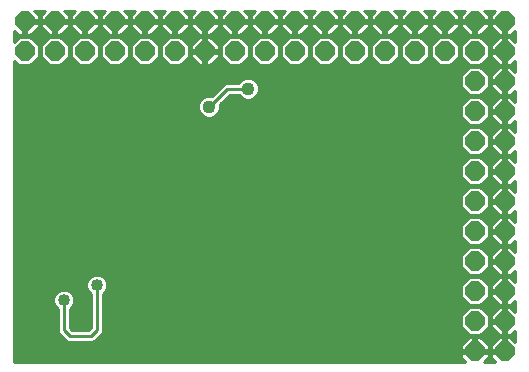
<source format=gbl>
G75*
G70*
%OFA0B0*%
%FSLAX24Y24*%
%IPPOS*%
%LPD*%
%AMOC8*
5,1,8,0,0,1.08239X$1,22.5*
%
%ADD10OC8,0.0640*%
%ADD11C,0.0436*%
%ADD12C,0.0100*%
%ADD13C,0.0400*%
D10*
X000651Y011568D03*
X001651Y011568D03*
X002651Y011568D03*
X003651Y011568D03*
X004651Y011568D03*
X005651Y011568D03*
X006651Y011568D03*
X007651Y011568D03*
X008651Y011568D03*
X009651Y011568D03*
X010651Y011568D03*
X011651Y011568D03*
X012651Y011568D03*
X013651Y011568D03*
X014651Y011568D03*
X015651Y011568D03*
X016651Y011568D03*
X016651Y010568D03*
X015651Y010568D03*
X015651Y009568D03*
X016651Y009568D03*
X016651Y008568D03*
X015651Y008568D03*
X015651Y007568D03*
X016651Y007568D03*
X016651Y006568D03*
X015651Y006568D03*
X015651Y005568D03*
X016651Y005568D03*
X016651Y004568D03*
X015651Y004568D03*
X015651Y003568D03*
X016651Y003568D03*
X016651Y002568D03*
X015651Y002568D03*
X015651Y001568D03*
X016651Y001568D03*
X016651Y012568D03*
X015651Y012568D03*
X014651Y012568D03*
X013651Y012568D03*
X012651Y012568D03*
X011651Y012568D03*
X010651Y012568D03*
X009651Y012568D03*
X008651Y012568D03*
X007651Y012568D03*
X006651Y012568D03*
X005651Y012568D03*
X004651Y012568D03*
X003651Y012568D03*
X002651Y012568D03*
X001651Y012568D03*
X000651Y012568D03*
D11*
X006801Y009718D03*
X008101Y010318D03*
X005301Y007568D03*
X005301Y005568D03*
X006151Y003518D03*
X009351Y004218D03*
X008601Y006718D03*
X013151Y003518D03*
X001501Y003668D03*
D12*
X000301Y001218D02*
X000301Y011254D01*
X000456Y011098D01*
X000846Y011098D01*
X001121Y011374D01*
X001121Y011763D01*
X000846Y012038D01*
X000456Y012038D01*
X000301Y011883D01*
X000301Y012254D01*
X000456Y012098D01*
X000601Y012098D01*
X000601Y012518D01*
X000701Y012518D01*
X000701Y012098D01*
X000846Y012098D01*
X001121Y012374D01*
X001121Y012518D01*
X000701Y012518D01*
X000701Y012618D01*
X001121Y012618D01*
X001121Y012763D01*
X000966Y012918D01*
X001337Y012918D01*
X001181Y012763D01*
X001181Y012618D01*
X001601Y012618D01*
X001601Y012518D01*
X001701Y012518D01*
X001701Y012098D01*
X001846Y012098D01*
X002121Y012374D01*
X002121Y012518D01*
X001701Y012518D01*
X001701Y012618D01*
X002121Y012618D01*
X002121Y012763D01*
X001966Y012918D01*
X002337Y012918D01*
X002181Y012763D01*
X002181Y012618D01*
X002601Y012618D01*
X002601Y012518D01*
X002701Y012518D01*
X002701Y012098D01*
X002846Y012098D01*
X003121Y012374D01*
X003121Y012518D01*
X002701Y012518D01*
X002701Y012618D01*
X003121Y012618D01*
X003121Y012763D01*
X002966Y012918D01*
X003337Y012918D01*
X003181Y012763D01*
X003181Y012618D01*
X003601Y012618D01*
X003601Y012518D01*
X003701Y012518D01*
X003701Y012098D01*
X003846Y012098D01*
X004121Y012374D01*
X004121Y012518D01*
X003701Y012518D01*
X003701Y012618D01*
X004121Y012618D01*
X004121Y012763D01*
X003966Y012918D01*
X004337Y012918D01*
X004181Y012763D01*
X004181Y012618D01*
X004601Y012618D01*
X004601Y012518D01*
X004701Y012518D01*
X004701Y012098D01*
X004846Y012098D01*
X005121Y012374D01*
X005121Y012518D01*
X004701Y012518D01*
X004701Y012618D01*
X005121Y012618D01*
X005121Y012763D01*
X004966Y012918D01*
X005337Y012918D01*
X005181Y012763D01*
X005181Y012618D01*
X005601Y012618D01*
X005601Y012518D01*
X005701Y012518D01*
X005701Y012098D01*
X005846Y012098D01*
X006121Y012374D01*
X006121Y012518D01*
X005701Y012518D01*
X005701Y012618D01*
X006121Y012618D01*
X006121Y012763D01*
X005966Y012918D01*
X006337Y012918D01*
X006181Y012763D01*
X006181Y012618D01*
X006601Y012618D01*
X006601Y012518D01*
X006701Y012518D01*
X006701Y012098D01*
X006846Y012098D01*
X007121Y012374D01*
X007121Y012518D01*
X006701Y012518D01*
X006701Y012618D01*
X007121Y012618D01*
X007121Y012763D01*
X006966Y012918D01*
X007337Y012918D01*
X007181Y012763D01*
X007181Y012618D01*
X007601Y012618D01*
X007601Y012518D01*
X007701Y012518D01*
X007701Y012098D01*
X007846Y012098D01*
X008121Y012374D01*
X008121Y012518D01*
X007701Y012518D01*
X007701Y012618D01*
X008121Y012618D01*
X008121Y012763D01*
X007966Y012918D01*
X008337Y012918D01*
X008181Y012763D01*
X008181Y012618D01*
X008601Y012618D01*
X008601Y012518D01*
X008701Y012518D01*
X008701Y012098D01*
X008846Y012098D01*
X009121Y012374D01*
X009121Y012518D01*
X008701Y012518D01*
X008701Y012618D01*
X009121Y012618D01*
X009121Y012763D01*
X008966Y012918D01*
X009337Y012918D01*
X009181Y012763D01*
X009181Y012618D01*
X009601Y012618D01*
X009601Y012518D01*
X009701Y012518D01*
X009701Y012098D01*
X009846Y012098D01*
X010121Y012374D01*
X010121Y012518D01*
X009701Y012518D01*
X009701Y012618D01*
X010121Y012618D01*
X010121Y012763D01*
X009966Y012918D01*
X010337Y012918D01*
X010181Y012763D01*
X010181Y012618D01*
X010601Y012618D01*
X010601Y012518D01*
X010701Y012518D01*
X010701Y012098D01*
X010846Y012098D01*
X011121Y012374D01*
X011121Y012518D01*
X010701Y012518D01*
X010701Y012618D01*
X011121Y012618D01*
X011121Y012763D01*
X010966Y012918D01*
X011337Y012918D01*
X011181Y012763D01*
X011181Y012618D01*
X011601Y012618D01*
X011601Y012518D01*
X011701Y012518D01*
X011701Y012098D01*
X011846Y012098D01*
X012121Y012374D01*
X012121Y012518D01*
X011701Y012518D01*
X011701Y012618D01*
X012121Y012618D01*
X012121Y012763D01*
X011966Y012918D01*
X012337Y012918D01*
X012181Y012763D01*
X012181Y012618D01*
X012601Y012618D01*
X012601Y012518D01*
X012701Y012518D01*
X012701Y012098D01*
X012846Y012098D01*
X013121Y012374D01*
X013121Y012518D01*
X012701Y012518D01*
X012701Y012618D01*
X013121Y012618D01*
X013121Y012763D01*
X012966Y012918D01*
X013337Y012918D01*
X013181Y012763D01*
X013181Y012618D01*
X013601Y012618D01*
X013601Y012518D01*
X013701Y012518D01*
X013701Y012098D01*
X013846Y012098D01*
X014121Y012374D01*
X014121Y012518D01*
X013701Y012518D01*
X013701Y012618D01*
X014121Y012618D01*
X014121Y012763D01*
X013966Y012918D01*
X014337Y012918D01*
X014181Y012763D01*
X014181Y012618D01*
X014601Y012618D01*
X014601Y012518D01*
X014701Y012518D01*
X014701Y012098D01*
X014846Y012098D01*
X015121Y012374D01*
X015121Y012518D01*
X014701Y012518D01*
X014701Y012618D01*
X015121Y012618D01*
X015121Y012763D01*
X014966Y012918D01*
X015337Y012918D01*
X015181Y012763D01*
X015181Y012618D01*
X015601Y012618D01*
X015601Y012518D01*
X015701Y012518D01*
X015701Y012098D01*
X015846Y012098D01*
X016121Y012374D01*
X016121Y012518D01*
X015701Y012518D01*
X015701Y012618D01*
X016121Y012618D01*
X016121Y012763D01*
X015966Y012918D01*
X016337Y012918D01*
X016181Y012763D01*
X016181Y012618D01*
X016601Y012618D01*
X016601Y012518D01*
X016701Y012518D01*
X016701Y012098D01*
X016846Y012098D01*
X017001Y012254D01*
X017001Y011883D01*
X016846Y012038D01*
X016701Y012038D01*
X016701Y011619D01*
X016601Y011619D01*
X016601Y012038D01*
X016456Y012038D01*
X016181Y011763D01*
X016181Y011618D01*
X016601Y011618D01*
X016601Y011518D01*
X016701Y011518D01*
X016701Y011098D01*
X016846Y011098D01*
X017001Y011254D01*
X017001Y010883D01*
X016846Y011038D01*
X016701Y011038D01*
X016701Y010619D01*
X016601Y010619D01*
X016601Y011038D01*
X016456Y011038D01*
X016181Y010763D01*
X016181Y010618D01*
X016601Y010618D01*
X016601Y010518D01*
X016701Y010518D01*
X016701Y010098D01*
X016846Y010098D01*
X017001Y010254D01*
X017001Y009883D01*
X016846Y010038D01*
X016701Y010038D01*
X016701Y009619D01*
X016601Y009619D01*
X016601Y010038D01*
X016456Y010038D01*
X016181Y009763D01*
X016181Y009618D01*
X016601Y009618D01*
X016601Y009518D01*
X016701Y009518D01*
X016701Y009098D01*
X016846Y009098D01*
X017001Y009254D01*
X017001Y008883D01*
X016846Y009038D01*
X016701Y009038D01*
X016701Y008619D01*
X016601Y008619D01*
X016601Y009038D01*
X016456Y009038D01*
X016181Y008763D01*
X016181Y008618D01*
X016601Y008618D01*
X016601Y008518D01*
X016701Y008518D01*
X016701Y008098D01*
X016846Y008098D01*
X017001Y008254D01*
X017001Y007883D01*
X016846Y008038D01*
X016701Y008038D01*
X016701Y007619D01*
X016601Y007619D01*
X016601Y008038D01*
X016456Y008038D01*
X016181Y007763D01*
X016181Y007618D01*
X016601Y007618D01*
X016601Y007518D01*
X016701Y007518D01*
X016701Y007098D01*
X016846Y007098D01*
X017001Y007254D01*
X017001Y006883D01*
X016846Y007038D01*
X016701Y007038D01*
X016701Y006619D01*
X016601Y006619D01*
X016601Y007038D01*
X016456Y007038D01*
X016181Y006763D01*
X016181Y006618D01*
X016601Y006618D01*
X016601Y006518D01*
X016701Y006518D01*
X016701Y006098D01*
X016846Y006098D01*
X017001Y006254D01*
X017001Y005883D01*
X016846Y006038D01*
X016701Y006038D01*
X016701Y005619D01*
X016601Y005619D01*
X016601Y006038D01*
X016456Y006038D01*
X016181Y005763D01*
X016181Y005618D01*
X016601Y005618D01*
X016601Y005518D01*
X016701Y005518D01*
X016701Y005098D01*
X016846Y005098D01*
X017001Y005254D01*
X017001Y004883D01*
X016846Y005038D01*
X016701Y005038D01*
X016701Y004619D01*
X016601Y004619D01*
X016601Y005038D01*
X016456Y005038D01*
X016181Y004763D01*
X016181Y004618D01*
X016601Y004618D01*
X016601Y004518D01*
X016701Y004518D01*
X016701Y004098D01*
X016846Y004098D01*
X017001Y004254D01*
X017001Y003883D01*
X016846Y004038D01*
X016701Y004038D01*
X016701Y003619D01*
X016601Y003619D01*
X016601Y004038D01*
X016456Y004038D01*
X016181Y003763D01*
X016181Y003618D01*
X016601Y003618D01*
X016601Y003518D01*
X016701Y003518D01*
X016701Y003098D01*
X016846Y003098D01*
X017001Y003254D01*
X017001Y002883D01*
X016846Y003038D01*
X016701Y003038D01*
X016701Y002619D01*
X016601Y002619D01*
X016601Y003038D01*
X016456Y003038D01*
X016181Y002763D01*
X016181Y002618D01*
X016601Y002618D01*
X016601Y002518D01*
X016701Y002518D01*
X016701Y002098D01*
X016846Y002098D01*
X017001Y002254D01*
X017001Y001883D01*
X016846Y002038D01*
X016701Y002038D01*
X016701Y001619D01*
X016601Y001619D01*
X016601Y002038D01*
X016456Y002038D01*
X016181Y001763D01*
X016181Y001618D01*
X016601Y001618D01*
X016601Y001518D01*
X016181Y001518D01*
X016181Y001374D01*
X016337Y001218D01*
X015966Y001218D01*
X016121Y001374D01*
X016121Y001518D01*
X015701Y001518D01*
X015701Y001618D01*
X016121Y001618D01*
X016121Y001763D01*
X015846Y002038D01*
X015701Y002038D01*
X015701Y001619D01*
X015601Y001619D01*
X015601Y002038D01*
X015456Y002038D01*
X015181Y001763D01*
X015181Y001618D01*
X015601Y001618D01*
X015601Y001518D01*
X015181Y001518D01*
X015181Y001374D01*
X015337Y001218D01*
X000301Y001218D01*
X000301Y001265D02*
X015289Y001265D01*
X015191Y001364D02*
X000301Y001364D01*
X000301Y001463D02*
X015181Y001463D01*
X015181Y001660D02*
X000301Y001660D01*
X000301Y001758D02*
X015181Y001758D01*
X015275Y001857D02*
X000301Y001857D01*
X000301Y001955D02*
X001981Y001955D01*
X002068Y001868D02*
X001868Y002068D01*
X001868Y002068D01*
X001751Y002185D01*
X001751Y002973D01*
X001654Y003070D01*
X001601Y003199D01*
X001601Y003338D01*
X001654Y003467D01*
X001753Y003565D01*
X001882Y003618D01*
X002021Y003618D01*
X002149Y003565D01*
X002248Y003467D01*
X002301Y003338D01*
X002301Y003199D01*
X002248Y003070D01*
X002151Y002973D01*
X002151Y002351D01*
X002234Y002268D01*
X002768Y002268D01*
X002851Y002351D01*
X002851Y003473D01*
X002754Y003570D01*
X002701Y003699D01*
X002701Y003838D01*
X002754Y003967D01*
X002853Y004065D01*
X002982Y004118D01*
X003121Y004118D01*
X003249Y004065D01*
X003348Y003967D01*
X003401Y003838D01*
X003401Y003699D01*
X003348Y003570D01*
X003251Y003473D01*
X003251Y002351D01*
X003251Y002185D01*
X002934Y001868D01*
X002768Y001868D01*
X002234Y001868D01*
X002068Y001868D01*
X002151Y002068D02*
X001951Y002268D01*
X001951Y003268D01*
X001641Y003433D02*
X000301Y003433D01*
X000301Y003335D02*
X001601Y003335D01*
X001601Y003236D02*
X000301Y003236D01*
X000301Y003138D02*
X001626Y003138D01*
X001685Y003039D02*
X000301Y003039D01*
X000301Y002941D02*
X001751Y002941D01*
X001751Y002842D02*
X000301Y002842D01*
X000301Y002744D02*
X001751Y002744D01*
X001751Y002645D02*
X000301Y002645D01*
X000301Y002546D02*
X001751Y002546D01*
X001751Y002448D02*
X000301Y002448D01*
X000301Y002349D02*
X001751Y002349D01*
X001751Y002251D02*
X000301Y002251D01*
X000301Y002152D02*
X001784Y002152D01*
X001883Y002054D02*
X000301Y002054D01*
X000301Y001561D02*
X015601Y001561D01*
X015601Y001660D02*
X015701Y001660D01*
X015701Y001758D02*
X015601Y001758D01*
X015601Y001857D02*
X015701Y001857D01*
X015701Y001955D02*
X015601Y001955D01*
X015456Y002098D02*
X015846Y002098D01*
X016121Y002374D01*
X016121Y002763D01*
X015846Y003038D01*
X015456Y003038D01*
X015181Y002763D01*
X015181Y002374D01*
X015456Y002098D01*
X015403Y002152D02*
X003218Y002152D01*
X003251Y002251D02*
X015304Y002251D01*
X015205Y002349D02*
X003251Y002349D01*
X003251Y002448D02*
X015181Y002448D01*
X015181Y002546D02*
X003251Y002546D01*
X003251Y002645D02*
X015181Y002645D01*
X015181Y002744D02*
X003251Y002744D01*
X003251Y002842D02*
X015260Y002842D01*
X015359Y002941D02*
X003251Y002941D01*
X003251Y003039D02*
X017001Y003039D01*
X017001Y002941D02*
X016943Y002941D01*
X016701Y002941D02*
X016601Y002941D01*
X016601Y002842D02*
X016701Y002842D01*
X016701Y002744D02*
X016601Y002744D01*
X016601Y002645D02*
X016701Y002645D01*
X016601Y002546D02*
X016121Y002546D01*
X016181Y002518D02*
X016181Y002374D01*
X016456Y002098D01*
X016601Y002098D01*
X016601Y002518D01*
X016181Y002518D01*
X016181Y002448D02*
X016121Y002448D01*
X016097Y002349D02*
X016205Y002349D01*
X016304Y002251D02*
X015998Y002251D01*
X015900Y002152D02*
X016403Y002152D01*
X016601Y002152D02*
X016701Y002152D01*
X016701Y002251D02*
X016601Y002251D01*
X016601Y002349D02*
X016701Y002349D01*
X016701Y002448D02*
X016601Y002448D01*
X016900Y002152D02*
X017001Y002152D01*
X017001Y002054D02*
X003119Y002054D01*
X003021Y001955D02*
X015373Y001955D01*
X015701Y001561D02*
X016601Y001561D01*
X016601Y001660D02*
X016701Y001660D01*
X016701Y001758D02*
X016601Y001758D01*
X016601Y001857D02*
X016701Y001857D01*
X016701Y001955D02*
X016601Y001955D01*
X016373Y001955D02*
X015929Y001955D01*
X016027Y001857D02*
X016275Y001857D01*
X016181Y001758D02*
X016121Y001758D01*
X016121Y001660D02*
X016181Y001660D01*
X016181Y001463D02*
X016121Y001463D01*
X016111Y001364D02*
X016191Y001364D01*
X016289Y001265D02*
X016013Y001265D01*
X016929Y001955D02*
X017001Y001955D01*
X016998Y002251D02*
X017001Y002251D01*
X016181Y002645D02*
X016121Y002645D01*
X016121Y002744D02*
X016181Y002744D01*
X016260Y002842D02*
X016042Y002842D01*
X015943Y002941D02*
X016359Y002941D01*
X016456Y003098D02*
X016601Y003098D01*
X016601Y003518D01*
X016181Y003518D01*
X016181Y003374D01*
X016456Y003098D01*
X016417Y003138D02*
X015885Y003138D01*
X015846Y003098D02*
X016121Y003374D01*
X016121Y003763D01*
X015846Y004038D01*
X015456Y004038D01*
X015181Y003763D01*
X015181Y003374D01*
X015456Y003098D01*
X015846Y003098D01*
X015984Y003236D02*
X016319Y003236D01*
X016220Y003335D02*
X016082Y003335D01*
X016121Y003433D02*
X016181Y003433D01*
X016121Y003532D02*
X016601Y003532D01*
X016601Y003630D02*
X016701Y003630D01*
X016701Y003729D02*
X016601Y003729D01*
X016601Y003828D02*
X016701Y003828D01*
X016701Y003926D02*
X016601Y003926D01*
X016601Y004025D02*
X016701Y004025D01*
X016701Y004123D02*
X016601Y004123D01*
X016601Y004098D02*
X016601Y004518D01*
X016181Y004518D01*
X016181Y004374D01*
X016456Y004098D01*
X016601Y004098D01*
X016601Y004222D02*
X016701Y004222D01*
X016701Y004320D02*
X016601Y004320D01*
X016601Y004419D02*
X016701Y004419D01*
X016701Y004517D02*
X016601Y004517D01*
X016601Y004616D02*
X016121Y004616D01*
X016121Y004714D02*
X016181Y004714D01*
X016121Y004763D02*
X015846Y005038D01*
X015456Y005038D01*
X015181Y004763D01*
X015181Y004374D01*
X015456Y004098D01*
X015846Y004098D01*
X016121Y004374D01*
X016121Y004763D01*
X016071Y004813D02*
X016231Y004813D01*
X016330Y004912D02*
X015973Y004912D01*
X015874Y005010D02*
X016428Y005010D01*
X016456Y005098D02*
X016601Y005098D01*
X016601Y005518D01*
X016181Y005518D01*
X016181Y005374D01*
X016456Y005098D01*
X016446Y005109D02*
X015856Y005109D01*
X015846Y005098D02*
X016121Y005374D01*
X016121Y005763D01*
X015846Y006038D01*
X015456Y006038D01*
X015181Y005763D01*
X015181Y005374D01*
X015456Y005098D01*
X015846Y005098D01*
X015955Y005207D02*
X016348Y005207D01*
X016249Y005306D02*
X016053Y005306D01*
X016121Y005404D02*
X016181Y005404D01*
X016181Y005503D02*
X016121Y005503D01*
X016121Y005601D02*
X016601Y005601D01*
X016601Y005503D02*
X016701Y005503D01*
X016701Y005404D02*
X016601Y005404D01*
X016601Y005306D02*
X016701Y005306D01*
X016701Y005207D02*
X016601Y005207D01*
X016601Y005109D02*
X016701Y005109D01*
X016701Y005010D02*
X016601Y005010D01*
X016601Y004912D02*
X016701Y004912D01*
X016701Y004813D02*
X016601Y004813D01*
X016601Y004714D02*
X016701Y004714D01*
X016973Y004912D02*
X017001Y004912D01*
X017001Y005010D02*
X016874Y005010D01*
X016856Y005109D02*
X017001Y005109D01*
X017001Y005207D02*
X016955Y005207D01*
X016701Y005700D02*
X016601Y005700D01*
X016601Y005798D02*
X016701Y005798D01*
X016701Y005897D02*
X016601Y005897D01*
X016601Y005996D02*
X016701Y005996D01*
X016601Y006098D02*
X016601Y006518D01*
X016181Y006518D01*
X016181Y006374D01*
X016456Y006098D01*
X016601Y006098D01*
X016601Y006193D02*
X016701Y006193D01*
X016701Y006291D02*
X016601Y006291D01*
X016601Y006390D02*
X016701Y006390D01*
X016701Y006488D02*
X016601Y006488D01*
X016601Y006587D02*
X016121Y006587D01*
X016121Y006685D02*
X016181Y006685D01*
X016121Y006763D02*
X015846Y007038D01*
X015456Y007038D01*
X015181Y006763D01*
X015181Y006374D01*
X015456Y006098D01*
X015846Y006098D01*
X016121Y006374D01*
X016121Y006763D01*
X016100Y006784D02*
X016202Y006784D01*
X016301Y006882D02*
X016002Y006882D01*
X015903Y006981D02*
X016399Y006981D01*
X016456Y007098D02*
X016601Y007098D01*
X016601Y007518D01*
X016181Y007518D01*
X016181Y007374D01*
X016456Y007098D01*
X016377Y007178D02*
X015926Y007178D01*
X015846Y007098D02*
X016121Y007374D01*
X016121Y007763D01*
X015846Y008038D01*
X015456Y008038D01*
X015181Y007763D01*
X015181Y007374D01*
X015456Y007098D01*
X015846Y007098D01*
X016024Y007277D02*
X016278Y007277D01*
X016181Y007375D02*
X016121Y007375D01*
X016121Y007474D02*
X016181Y007474D01*
X016121Y007572D02*
X016601Y007572D01*
X016601Y007474D02*
X016701Y007474D01*
X016701Y007375D02*
X016601Y007375D01*
X016601Y007277D02*
X016701Y007277D01*
X016701Y007178D02*
X016601Y007178D01*
X016601Y006981D02*
X016701Y006981D01*
X016701Y006882D02*
X016601Y006882D01*
X016601Y006784D02*
X016701Y006784D01*
X016701Y006685D02*
X016601Y006685D01*
X016903Y006981D02*
X017001Y006981D01*
X017001Y007079D02*
X000301Y007079D01*
X000301Y006981D02*
X015399Y006981D01*
X015301Y006882D02*
X000301Y006882D01*
X000301Y006784D02*
X015202Y006784D01*
X015181Y006685D02*
X000301Y006685D01*
X000301Y006587D02*
X015181Y006587D01*
X015181Y006488D02*
X000301Y006488D01*
X000301Y006390D02*
X015181Y006390D01*
X015264Y006291D02*
X000301Y006291D01*
X000301Y006193D02*
X015362Y006193D01*
X015414Y005996D02*
X000301Y005996D01*
X000301Y006094D02*
X017001Y006094D01*
X017001Y005996D02*
X016889Y005996D01*
X016987Y005897D02*
X017001Y005897D01*
X017001Y006193D02*
X016940Y006193D01*
X016414Y005996D02*
X015889Y005996D01*
X015987Y005897D02*
X016315Y005897D01*
X016217Y005798D02*
X016086Y005798D01*
X016121Y005700D02*
X016181Y005700D01*
X016362Y006193D02*
X015940Y006193D01*
X016039Y006291D02*
X016264Y006291D01*
X016181Y006390D02*
X016121Y006390D01*
X016121Y006488D02*
X016181Y006488D01*
X016925Y007178D02*
X017001Y007178D01*
X016701Y007671D02*
X016601Y007671D01*
X016601Y007769D02*
X016701Y007769D01*
X016701Y007868D02*
X016601Y007868D01*
X016601Y007966D02*
X016701Y007966D01*
X016601Y008098D02*
X016601Y008518D01*
X016181Y008518D01*
X016181Y008374D01*
X016456Y008098D01*
X016601Y008098D01*
X016601Y008163D02*
X016701Y008163D01*
X016701Y008262D02*
X016601Y008262D01*
X016601Y008361D02*
X016701Y008361D01*
X016701Y008459D02*
X016601Y008459D01*
X016601Y008558D02*
X016121Y008558D01*
X016121Y008656D02*
X016181Y008656D01*
X016181Y008755D02*
X016121Y008755D01*
X016121Y008763D02*
X015846Y009038D01*
X015456Y009038D01*
X015181Y008763D01*
X015181Y008374D01*
X015456Y008098D01*
X015846Y008098D01*
X016121Y008374D01*
X016121Y008763D01*
X016031Y008853D02*
X016271Y008853D01*
X016370Y008952D02*
X015932Y008952D01*
X015846Y009098D02*
X016121Y009374D01*
X016121Y009763D01*
X015846Y010038D01*
X015456Y010038D01*
X015181Y009763D01*
X015181Y009374D01*
X015456Y009098D01*
X015846Y009098D01*
X015896Y009149D02*
X016406Y009149D01*
X016456Y009098D02*
X016181Y009374D01*
X016181Y009518D01*
X016601Y009518D01*
X016601Y009098D01*
X016456Y009098D01*
X016601Y009149D02*
X016701Y009149D01*
X016701Y009247D02*
X016601Y009247D01*
X016601Y009346D02*
X016701Y009346D01*
X016701Y009445D02*
X016601Y009445D01*
X016601Y009543D02*
X016121Y009543D01*
X016121Y009445D02*
X016181Y009445D01*
X016209Y009346D02*
X016093Y009346D01*
X015995Y009247D02*
X016307Y009247D01*
X016601Y008952D02*
X016701Y008952D01*
X016701Y008853D02*
X016601Y008853D01*
X016601Y008755D02*
X016701Y008755D01*
X016701Y008656D02*
X016601Y008656D01*
X016932Y008952D02*
X017001Y008952D01*
X017001Y009050D02*
X000301Y009050D01*
X000301Y008952D02*
X015370Y008952D01*
X015271Y008853D02*
X000301Y008853D01*
X000301Y008755D02*
X015181Y008755D01*
X015181Y008656D02*
X000301Y008656D01*
X000301Y008558D02*
X015181Y008558D01*
X015181Y008459D02*
X000301Y008459D01*
X000301Y008361D02*
X015194Y008361D01*
X015293Y008262D02*
X000301Y008262D01*
X000301Y008163D02*
X015391Y008163D01*
X015385Y007966D02*
X000301Y007966D01*
X000301Y007868D02*
X015286Y007868D01*
X015187Y007769D02*
X000301Y007769D01*
X000301Y007671D02*
X015181Y007671D01*
X015181Y007572D02*
X000301Y007572D01*
X000301Y007474D02*
X015181Y007474D01*
X015181Y007375D02*
X000301Y007375D01*
X000301Y007277D02*
X015278Y007277D01*
X015377Y007178D02*
X000301Y007178D01*
X000301Y008065D02*
X017001Y008065D01*
X017001Y008163D02*
X016911Y008163D01*
X016918Y007966D02*
X017001Y007966D01*
X016385Y007966D02*
X015918Y007966D01*
X016016Y007868D02*
X016286Y007868D01*
X016187Y007769D02*
X016115Y007769D01*
X016121Y007671D02*
X016181Y007671D01*
X016391Y008163D02*
X015911Y008163D01*
X016009Y008262D02*
X016293Y008262D01*
X016194Y008361D02*
X016108Y008361D01*
X016121Y008459D02*
X016181Y008459D01*
X016896Y009149D02*
X017001Y009149D01*
X016995Y009247D02*
X017001Y009247D01*
X016701Y009642D02*
X016601Y009642D01*
X016601Y009740D02*
X016701Y009740D01*
X016701Y009839D02*
X016601Y009839D01*
X016601Y009937D02*
X016701Y009937D01*
X016701Y010036D02*
X016601Y010036D01*
X016601Y010098D02*
X016601Y010518D01*
X016181Y010518D01*
X016181Y010374D01*
X016456Y010098D01*
X016601Y010098D01*
X016601Y010134D02*
X016701Y010134D01*
X016701Y010233D02*
X016601Y010233D01*
X016601Y010331D02*
X016701Y010331D01*
X016701Y010430D02*
X016601Y010430D01*
X016601Y010529D02*
X016121Y010529D01*
X016121Y010627D02*
X016181Y010627D01*
X016181Y010726D02*
X016121Y010726D01*
X016121Y010763D02*
X015846Y011038D01*
X015456Y011038D01*
X015181Y010763D01*
X015181Y010374D01*
X015456Y010098D01*
X015846Y010098D01*
X016121Y010374D01*
X016121Y010763D01*
X016060Y010824D02*
X016242Y010824D01*
X016341Y010923D02*
X015961Y010923D01*
X015863Y011021D02*
X016439Y011021D01*
X016456Y011098D02*
X016601Y011098D01*
X016601Y011518D01*
X016181Y011518D01*
X016181Y011374D01*
X016456Y011098D01*
X016435Y011120D02*
X015867Y011120D01*
X015846Y011098D02*
X016121Y011374D01*
X016121Y011763D01*
X015846Y012038D01*
X015456Y012038D01*
X015181Y011763D01*
X015181Y011374D01*
X015456Y011098D01*
X015846Y011098D01*
X015966Y011218D02*
X016337Y011218D01*
X016238Y011317D02*
X016064Y011317D01*
X016121Y011415D02*
X016181Y011415D01*
X016181Y011514D02*
X016121Y011514D01*
X016121Y011612D02*
X016601Y011612D01*
X016601Y011514D02*
X016701Y011514D01*
X016701Y011415D02*
X016601Y011415D01*
X016601Y011317D02*
X016701Y011317D01*
X016701Y011218D02*
X016601Y011218D01*
X016601Y011120D02*
X016701Y011120D01*
X016701Y011021D02*
X016601Y011021D01*
X016601Y010923D02*
X016701Y010923D01*
X016701Y010824D02*
X016601Y010824D01*
X016601Y010726D02*
X016701Y010726D01*
X016701Y010627D02*
X016601Y010627D01*
X016181Y010430D02*
X016121Y010430D01*
X016079Y010331D02*
X016223Y010331D01*
X016322Y010233D02*
X015980Y010233D01*
X015882Y010134D02*
X016421Y010134D01*
X016454Y010036D02*
X015848Y010036D01*
X015947Y009937D02*
X016355Y009937D01*
X016257Y009839D02*
X016045Y009839D01*
X016121Y009740D02*
X016181Y009740D01*
X016181Y009642D02*
X016121Y009642D01*
X015454Y010036D02*
X008339Y010036D01*
X008310Y010006D02*
X008174Y009950D01*
X008028Y009950D01*
X007893Y010006D01*
X007789Y010110D01*
X007786Y010118D01*
X007484Y010118D01*
X007166Y009800D01*
X007169Y009792D01*
X007169Y009645D01*
X007113Y009510D01*
X007010Y009406D01*
X006874Y009350D01*
X006728Y009350D01*
X006593Y009406D01*
X006489Y009510D01*
X006433Y009645D01*
X006433Y009792D01*
X006489Y009927D01*
X006593Y010030D01*
X006728Y010086D01*
X006874Y010086D01*
X006883Y010083D01*
X007318Y010518D01*
X007484Y010518D01*
X007786Y010518D01*
X007789Y010527D01*
X007893Y010630D01*
X008028Y010686D01*
X008174Y010686D01*
X008310Y010630D01*
X008413Y010527D01*
X008469Y010392D01*
X008469Y010245D01*
X008413Y010110D01*
X008310Y010006D01*
X008423Y010134D02*
X015421Y010134D01*
X015322Y010233D02*
X008464Y010233D01*
X008469Y010331D02*
X015223Y010331D01*
X015181Y010430D02*
X008453Y010430D01*
X008412Y010529D02*
X015181Y010529D01*
X015181Y010627D02*
X008313Y010627D01*
X008101Y010318D02*
X007401Y010318D01*
X006801Y009718D01*
X006554Y009445D02*
X000301Y009445D01*
X000301Y009543D02*
X006475Y009543D01*
X006434Y009642D02*
X000301Y009642D01*
X000301Y009740D02*
X006433Y009740D01*
X006453Y009839D02*
X000301Y009839D01*
X000301Y009937D02*
X006499Y009937D01*
X006606Y010036D02*
X000301Y010036D01*
X000301Y010134D02*
X006934Y010134D01*
X007033Y010233D02*
X000301Y010233D01*
X000301Y010331D02*
X007131Y010331D01*
X007230Y010430D02*
X000301Y010430D01*
X000301Y010529D02*
X007791Y010529D01*
X007889Y010627D02*
X000301Y010627D01*
X000301Y010726D02*
X015181Y010726D01*
X015242Y010824D02*
X000301Y010824D01*
X000301Y010923D02*
X015341Y010923D01*
X015439Y011021D02*
X000301Y011021D01*
X000301Y011120D02*
X000435Y011120D01*
X000337Y011218D02*
X000301Y011218D01*
X000867Y011120D02*
X001435Y011120D01*
X001456Y011098D02*
X001846Y011098D01*
X002121Y011374D01*
X002121Y011763D01*
X001846Y012038D01*
X001456Y012038D01*
X001181Y011763D01*
X001181Y011374D01*
X001456Y011098D01*
X001337Y011218D02*
X000966Y011218D01*
X001064Y011317D02*
X001238Y011317D01*
X001181Y011415D02*
X001121Y011415D01*
X001121Y011514D02*
X001181Y011514D01*
X001181Y011612D02*
X001121Y011612D01*
X001121Y011711D02*
X001181Y011711D01*
X001228Y011810D02*
X001075Y011810D01*
X000976Y011908D02*
X001326Y011908D01*
X001425Y012007D02*
X000877Y012007D01*
X000853Y012105D02*
X001450Y012105D01*
X001456Y012098D02*
X001181Y012374D01*
X001181Y012518D01*
X001601Y012518D01*
X001601Y012098D01*
X001456Y012098D01*
X001601Y012105D02*
X001701Y012105D01*
X001701Y012204D02*
X001601Y012204D01*
X001601Y012302D02*
X001701Y012302D01*
X001701Y012401D02*
X001601Y012401D01*
X001601Y012499D02*
X001701Y012499D01*
X001701Y012598D02*
X002601Y012598D01*
X002601Y012518D02*
X002181Y012518D01*
X002181Y012374D01*
X002456Y012098D01*
X002601Y012098D01*
X002601Y012518D01*
X002601Y012499D02*
X002701Y012499D01*
X002701Y012401D02*
X002601Y012401D01*
X002601Y012302D02*
X002701Y012302D01*
X002701Y012204D02*
X002601Y012204D01*
X002601Y012105D02*
X002701Y012105D01*
X002853Y012105D02*
X003450Y012105D01*
X003456Y012098D02*
X003601Y012098D01*
X003601Y012518D01*
X003181Y012518D01*
X003181Y012374D01*
X003456Y012098D01*
X003456Y012038D02*
X003181Y011763D01*
X003181Y011374D01*
X003456Y011098D01*
X003846Y011098D01*
X004121Y011374D01*
X004121Y011763D01*
X003846Y012038D01*
X003456Y012038D01*
X003425Y012007D02*
X002877Y012007D01*
X002846Y012038D02*
X002456Y012038D01*
X002181Y011763D01*
X002181Y011374D01*
X002456Y011098D01*
X002846Y011098D01*
X003121Y011374D01*
X003121Y011763D01*
X002846Y012038D01*
X002976Y011908D02*
X003326Y011908D01*
X003228Y011810D02*
X003075Y011810D01*
X003121Y011711D02*
X003181Y011711D01*
X003181Y011612D02*
X003121Y011612D01*
X003121Y011514D02*
X003181Y011514D01*
X003181Y011415D02*
X003121Y011415D01*
X003064Y011317D02*
X003238Y011317D01*
X003337Y011218D02*
X002966Y011218D01*
X002867Y011120D02*
X003435Y011120D01*
X003867Y011120D02*
X004435Y011120D01*
X004456Y011098D02*
X004846Y011098D01*
X005121Y011374D01*
X005121Y011763D01*
X004846Y012038D01*
X004456Y012038D01*
X004181Y011763D01*
X004181Y011374D01*
X004456Y011098D01*
X004337Y011218D02*
X003966Y011218D01*
X004064Y011317D02*
X004238Y011317D01*
X004181Y011415D02*
X004121Y011415D01*
X004121Y011514D02*
X004181Y011514D01*
X004181Y011612D02*
X004121Y011612D01*
X004121Y011711D02*
X004181Y011711D01*
X004228Y011810D02*
X004075Y011810D01*
X003976Y011908D02*
X004326Y011908D01*
X004425Y012007D02*
X003877Y012007D01*
X003853Y012105D02*
X004450Y012105D01*
X004456Y012098D02*
X004601Y012098D01*
X004601Y012518D01*
X004181Y012518D01*
X004181Y012374D01*
X004456Y012098D01*
X004601Y012105D02*
X004701Y012105D01*
X004701Y012204D02*
X004601Y012204D01*
X004601Y012302D02*
X004701Y012302D01*
X004701Y012401D02*
X004601Y012401D01*
X004601Y012499D02*
X004701Y012499D01*
X004701Y012598D02*
X005601Y012598D01*
X005601Y012518D02*
X005181Y012518D01*
X005181Y012374D01*
X005456Y012098D01*
X005601Y012098D01*
X005601Y012518D01*
X005601Y012499D02*
X005701Y012499D01*
X005701Y012401D02*
X005601Y012401D01*
X005601Y012302D02*
X005701Y012302D01*
X005701Y012204D02*
X005601Y012204D01*
X005601Y012105D02*
X005701Y012105D01*
X005853Y012105D02*
X006450Y012105D01*
X006456Y012098D02*
X006601Y012098D01*
X006601Y012518D01*
X006181Y012518D01*
X006181Y012374D01*
X006456Y012098D01*
X006456Y012038D02*
X006181Y011763D01*
X006181Y011618D01*
X006601Y011618D01*
X006601Y011518D01*
X006701Y011518D01*
X006701Y011098D01*
X006846Y011098D01*
X007121Y011374D01*
X007121Y011518D01*
X006701Y011518D01*
X006701Y011618D01*
X007121Y011618D01*
X007121Y011763D01*
X006846Y012038D01*
X006701Y012038D01*
X006701Y011619D01*
X006601Y011619D01*
X006601Y012038D01*
X006456Y012038D01*
X006425Y012007D02*
X005877Y012007D01*
X005846Y012038D02*
X005456Y012038D01*
X005181Y011763D01*
X005181Y011374D01*
X005456Y011098D01*
X005846Y011098D01*
X006121Y011374D01*
X006121Y011763D01*
X005846Y012038D01*
X005976Y011908D02*
X006326Y011908D01*
X006228Y011810D02*
X006075Y011810D01*
X006121Y011711D02*
X006181Y011711D01*
X006121Y011612D02*
X006601Y011612D01*
X006601Y011518D02*
X006181Y011518D01*
X006181Y011374D01*
X006456Y011098D01*
X006601Y011098D01*
X006601Y011518D01*
X006601Y011514D02*
X006701Y011514D01*
X006701Y011612D02*
X007181Y011612D01*
X007181Y011514D02*
X007121Y011514D01*
X007121Y011415D02*
X007181Y011415D01*
X007181Y011374D02*
X007456Y011098D01*
X007846Y011098D01*
X008121Y011374D01*
X008121Y011763D01*
X007846Y012038D01*
X007456Y012038D01*
X007181Y011763D01*
X007181Y011374D01*
X007238Y011317D02*
X007064Y011317D01*
X006966Y011218D02*
X007337Y011218D01*
X007435Y011120D02*
X006867Y011120D01*
X006701Y011120D02*
X006601Y011120D01*
X006601Y011218D02*
X006701Y011218D01*
X006701Y011317D02*
X006601Y011317D01*
X006601Y011415D02*
X006701Y011415D01*
X006701Y011711D02*
X006601Y011711D01*
X006601Y011810D02*
X006701Y011810D01*
X006701Y011908D02*
X006601Y011908D01*
X006601Y012007D02*
X006701Y012007D01*
X006701Y012105D02*
X006601Y012105D01*
X006601Y012204D02*
X006701Y012204D01*
X006701Y012302D02*
X006601Y012302D01*
X006601Y012401D02*
X006701Y012401D01*
X006701Y012499D02*
X006601Y012499D01*
X006601Y012598D02*
X005701Y012598D01*
X005991Y012894D02*
X006312Y012894D01*
X006213Y012795D02*
X006089Y012795D01*
X006121Y012696D02*
X006181Y012696D01*
X006181Y012499D02*
X006121Y012499D01*
X006121Y012401D02*
X006181Y012401D01*
X006253Y012302D02*
X006050Y012302D01*
X005951Y012204D02*
X006351Y012204D01*
X006853Y012105D02*
X007450Y012105D01*
X007456Y012098D02*
X007601Y012098D01*
X007601Y012518D01*
X007181Y012518D01*
X007181Y012374D01*
X007456Y012098D01*
X007425Y012007D02*
X006877Y012007D01*
X006976Y011908D02*
X007326Y011908D01*
X007228Y011810D02*
X007075Y011810D01*
X007121Y011711D02*
X007181Y011711D01*
X007351Y012204D02*
X006951Y012204D01*
X007050Y012302D02*
X007253Y012302D01*
X007181Y012401D02*
X007121Y012401D01*
X007121Y012499D02*
X007181Y012499D01*
X007181Y012696D02*
X007121Y012696D01*
X007089Y012795D02*
X007213Y012795D01*
X007312Y012894D02*
X006991Y012894D01*
X006701Y012598D02*
X007601Y012598D01*
X007601Y012499D02*
X007701Y012499D01*
X007701Y012401D02*
X007601Y012401D01*
X007601Y012302D02*
X007701Y012302D01*
X007701Y012204D02*
X007601Y012204D01*
X007601Y012105D02*
X007701Y012105D01*
X007853Y012105D02*
X008450Y012105D01*
X008456Y012098D02*
X008601Y012098D01*
X008601Y012518D01*
X008181Y012518D01*
X008181Y012374D01*
X008456Y012098D01*
X008456Y012038D02*
X008181Y011763D01*
X008181Y011374D01*
X008456Y011098D01*
X008846Y011098D01*
X009121Y011374D01*
X009121Y011763D01*
X008846Y012038D01*
X008456Y012038D01*
X008425Y012007D02*
X007877Y012007D01*
X007976Y011908D02*
X008326Y011908D01*
X008228Y011810D02*
X008075Y011810D01*
X008121Y011711D02*
X008181Y011711D01*
X008181Y011612D02*
X008121Y011612D01*
X008121Y011514D02*
X008181Y011514D01*
X008181Y011415D02*
X008121Y011415D01*
X008064Y011317D02*
X008238Y011317D01*
X008337Y011218D02*
X007966Y011218D01*
X007867Y011120D02*
X008435Y011120D01*
X008867Y011120D02*
X009435Y011120D01*
X009456Y011098D02*
X009846Y011098D01*
X010121Y011374D01*
X010121Y011763D01*
X009846Y012038D01*
X009456Y012038D01*
X009181Y011763D01*
X009181Y011374D01*
X009456Y011098D01*
X009337Y011218D02*
X008966Y011218D01*
X009064Y011317D02*
X009238Y011317D01*
X009181Y011415D02*
X009121Y011415D01*
X009121Y011514D02*
X009181Y011514D01*
X009181Y011612D02*
X009121Y011612D01*
X009121Y011711D02*
X009181Y011711D01*
X009228Y011810D02*
X009075Y011810D01*
X008976Y011908D02*
X009326Y011908D01*
X009425Y012007D02*
X008877Y012007D01*
X008853Y012105D02*
X009450Y012105D01*
X009456Y012098D02*
X009601Y012098D01*
X009601Y012518D01*
X009181Y012518D01*
X009181Y012374D01*
X009456Y012098D01*
X009601Y012105D02*
X009701Y012105D01*
X009701Y012204D02*
X009601Y012204D01*
X009601Y012302D02*
X009701Y012302D01*
X009701Y012401D02*
X009601Y012401D01*
X009601Y012499D02*
X009701Y012499D01*
X009701Y012598D02*
X010601Y012598D01*
X010601Y012518D02*
X010181Y012518D01*
X010181Y012374D01*
X010456Y012098D01*
X010601Y012098D01*
X010601Y012518D01*
X010601Y012499D02*
X010701Y012499D01*
X010701Y012401D02*
X010601Y012401D01*
X010601Y012302D02*
X010701Y012302D01*
X010701Y012204D02*
X010601Y012204D01*
X010601Y012105D02*
X010701Y012105D01*
X010853Y012105D02*
X011450Y012105D01*
X011456Y012098D02*
X011601Y012098D01*
X011601Y012518D01*
X011181Y012518D01*
X011181Y012374D01*
X011456Y012098D01*
X011456Y012038D02*
X011181Y011763D01*
X011181Y011374D01*
X011456Y011098D01*
X011846Y011098D01*
X012121Y011374D01*
X012121Y011763D01*
X011846Y012038D01*
X011456Y012038D01*
X011425Y012007D02*
X010877Y012007D01*
X010846Y012038D02*
X010456Y012038D01*
X010181Y011763D01*
X010181Y011374D01*
X010456Y011098D01*
X010846Y011098D01*
X011121Y011374D01*
X011121Y011763D01*
X010846Y012038D01*
X010976Y011908D02*
X011326Y011908D01*
X011228Y011810D02*
X011075Y011810D01*
X011121Y011711D02*
X011181Y011711D01*
X011181Y011612D02*
X011121Y011612D01*
X011121Y011514D02*
X011181Y011514D01*
X011181Y011415D02*
X011121Y011415D01*
X011064Y011317D02*
X011238Y011317D01*
X011337Y011218D02*
X010966Y011218D01*
X010867Y011120D02*
X011435Y011120D01*
X011867Y011120D02*
X012435Y011120D01*
X012456Y011098D02*
X012846Y011098D01*
X013121Y011374D01*
X013121Y011763D01*
X012846Y012038D01*
X012456Y012038D01*
X012181Y011763D01*
X012181Y011374D01*
X012456Y011098D01*
X012337Y011218D02*
X011966Y011218D01*
X012064Y011317D02*
X012238Y011317D01*
X012181Y011415D02*
X012121Y011415D01*
X012121Y011514D02*
X012181Y011514D01*
X012181Y011612D02*
X012121Y011612D01*
X012121Y011711D02*
X012181Y011711D01*
X012228Y011810D02*
X012075Y011810D01*
X011976Y011908D02*
X012326Y011908D01*
X012425Y012007D02*
X011877Y012007D01*
X011853Y012105D02*
X012450Y012105D01*
X012456Y012098D02*
X012601Y012098D01*
X012601Y012518D01*
X012181Y012518D01*
X012181Y012374D01*
X012456Y012098D01*
X012601Y012105D02*
X012701Y012105D01*
X012701Y012204D02*
X012601Y012204D01*
X012601Y012302D02*
X012701Y012302D01*
X012701Y012401D02*
X012601Y012401D01*
X012601Y012499D02*
X012701Y012499D01*
X012701Y012598D02*
X013601Y012598D01*
X013601Y012518D02*
X013181Y012518D01*
X013181Y012374D01*
X013456Y012098D01*
X013601Y012098D01*
X013601Y012518D01*
X013601Y012499D02*
X013701Y012499D01*
X013701Y012401D02*
X013601Y012401D01*
X013601Y012302D02*
X013701Y012302D01*
X013701Y012204D02*
X013601Y012204D01*
X013601Y012105D02*
X013701Y012105D01*
X013853Y012105D02*
X014450Y012105D01*
X014456Y012098D02*
X014601Y012098D01*
X014601Y012518D01*
X014181Y012518D01*
X014181Y012374D01*
X014456Y012098D01*
X014456Y012038D02*
X014181Y011763D01*
X014181Y011374D01*
X014456Y011098D01*
X014846Y011098D01*
X015121Y011374D01*
X015121Y011763D01*
X014846Y012038D01*
X014456Y012038D01*
X014425Y012007D02*
X013877Y012007D01*
X013846Y012038D02*
X013456Y012038D01*
X013181Y011763D01*
X013181Y011374D01*
X013456Y011098D01*
X013846Y011098D01*
X014121Y011374D01*
X014121Y011763D01*
X013846Y012038D01*
X013976Y011908D02*
X014326Y011908D01*
X014228Y011810D02*
X014075Y011810D01*
X014121Y011711D02*
X014181Y011711D01*
X014181Y011612D02*
X014121Y011612D01*
X014121Y011514D02*
X014181Y011514D01*
X014181Y011415D02*
X014121Y011415D01*
X014064Y011317D02*
X014238Y011317D01*
X014337Y011218D02*
X013966Y011218D01*
X013867Y011120D02*
X014435Y011120D01*
X014867Y011120D02*
X015435Y011120D01*
X015337Y011218D02*
X014966Y011218D01*
X015064Y011317D02*
X015238Y011317D01*
X015181Y011415D02*
X015121Y011415D01*
X015121Y011514D02*
X015181Y011514D01*
X015181Y011612D02*
X015121Y011612D01*
X015121Y011711D02*
X015181Y011711D01*
X015228Y011810D02*
X015075Y011810D01*
X014976Y011908D02*
X015326Y011908D01*
X015425Y012007D02*
X014877Y012007D01*
X014853Y012105D02*
X015450Y012105D01*
X015456Y012098D02*
X015601Y012098D01*
X015601Y012518D01*
X015181Y012518D01*
X015181Y012374D01*
X015456Y012098D01*
X015601Y012105D02*
X015701Y012105D01*
X015701Y012204D02*
X015601Y012204D01*
X015601Y012302D02*
X015701Y012302D01*
X015701Y012401D02*
X015601Y012401D01*
X015601Y012499D02*
X015701Y012499D01*
X015701Y012598D02*
X016601Y012598D01*
X016601Y012518D02*
X016181Y012518D01*
X016181Y012374D01*
X016456Y012098D01*
X016601Y012098D01*
X016601Y012518D01*
X016601Y012499D02*
X016701Y012499D01*
X016701Y012401D02*
X016601Y012401D01*
X016601Y012302D02*
X016701Y012302D01*
X016701Y012204D02*
X016601Y012204D01*
X016601Y012105D02*
X016701Y012105D01*
X016701Y012007D02*
X016601Y012007D01*
X016601Y011908D02*
X016701Y011908D01*
X016701Y011810D02*
X016601Y011810D01*
X016601Y011711D02*
X016701Y011711D01*
X016976Y011908D02*
X017001Y011908D01*
X017001Y012007D02*
X016877Y012007D01*
X016853Y012105D02*
X017001Y012105D01*
X017001Y012204D02*
X016951Y012204D01*
X016450Y012105D02*
X015853Y012105D01*
X015877Y012007D02*
X016425Y012007D01*
X016326Y011908D02*
X015976Y011908D01*
X016075Y011810D02*
X016228Y011810D01*
X016181Y011711D02*
X016121Y011711D01*
X015951Y012204D02*
X016351Y012204D01*
X016253Y012302D02*
X016050Y012302D01*
X016121Y012401D02*
X016181Y012401D01*
X016181Y012499D02*
X016121Y012499D01*
X016121Y012696D02*
X016181Y012696D01*
X016213Y012795D02*
X016089Y012795D01*
X015991Y012894D02*
X016312Y012894D01*
X015601Y012598D02*
X014701Y012598D01*
X014701Y012499D02*
X014601Y012499D01*
X014601Y012401D02*
X014701Y012401D01*
X014701Y012302D02*
X014601Y012302D01*
X014601Y012204D02*
X014701Y012204D01*
X014701Y012105D02*
X014601Y012105D01*
X014351Y012204D02*
X013951Y012204D01*
X014050Y012302D02*
X014253Y012302D01*
X014181Y012401D02*
X014121Y012401D01*
X014121Y012499D02*
X014181Y012499D01*
X014181Y012696D02*
X014121Y012696D01*
X014089Y012795D02*
X014213Y012795D01*
X014312Y012894D02*
X013991Y012894D01*
X013701Y012598D02*
X014601Y012598D01*
X014991Y012894D02*
X015312Y012894D01*
X015213Y012795D02*
X015089Y012795D01*
X015121Y012696D02*
X015181Y012696D01*
X015181Y012499D02*
X015121Y012499D01*
X015121Y012401D02*
X015181Y012401D01*
X015253Y012302D02*
X015050Y012302D01*
X014951Y012204D02*
X015351Y012204D01*
X016867Y011120D02*
X017001Y011120D01*
X017001Y011218D02*
X016966Y011218D01*
X017001Y011021D02*
X016863Y011021D01*
X016961Y010923D02*
X017001Y010923D01*
X016980Y010233D02*
X017001Y010233D01*
X017001Y010134D02*
X016882Y010134D01*
X016848Y010036D02*
X017001Y010036D01*
X017001Y009937D02*
X016947Y009937D01*
X015406Y009149D02*
X000301Y009149D01*
X000301Y009247D02*
X015307Y009247D01*
X015209Y009346D02*
X000301Y009346D01*
X001867Y011120D02*
X002435Y011120D01*
X002337Y011218D02*
X001966Y011218D01*
X002064Y011317D02*
X002238Y011317D01*
X002181Y011415D02*
X002121Y011415D01*
X002121Y011514D02*
X002181Y011514D01*
X002181Y011612D02*
X002121Y011612D01*
X002121Y011711D02*
X002181Y011711D01*
X002228Y011810D02*
X002075Y011810D01*
X001976Y011908D02*
X002326Y011908D01*
X002425Y012007D02*
X001877Y012007D01*
X001853Y012105D02*
X002450Y012105D01*
X002351Y012204D02*
X001951Y012204D01*
X002050Y012302D02*
X002253Y012302D01*
X002181Y012401D02*
X002121Y012401D01*
X002121Y012499D02*
X002181Y012499D01*
X002181Y012696D02*
X002121Y012696D01*
X002089Y012795D02*
X002213Y012795D01*
X002312Y012894D02*
X001991Y012894D01*
X001601Y012598D02*
X000701Y012598D01*
X000701Y012499D02*
X000601Y012499D01*
X000601Y012401D02*
X000701Y012401D01*
X000701Y012302D02*
X000601Y012302D01*
X000601Y012204D02*
X000701Y012204D01*
X000701Y012105D02*
X000601Y012105D01*
X000450Y012105D02*
X000301Y012105D01*
X000301Y012007D02*
X000425Y012007D01*
X000326Y011908D02*
X000301Y011908D01*
X000301Y012204D02*
X000351Y012204D01*
X000951Y012204D02*
X001351Y012204D01*
X001253Y012302D02*
X001050Y012302D01*
X001121Y012401D02*
X001181Y012401D01*
X001181Y012499D02*
X001121Y012499D01*
X001121Y012696D02*
X001181Y012696D01*
X001213Y012795D02*
X001089Y012795D01*
X000991Y012894D02*
X001312Y012894D01*
X002701Y012598D02*
X003601Y012598D01*
X003601Y012499D02*
X003701Y012499D01*
X003701Y012401D02*
X003601Y012401D01*
X003601Y012302D02*
X003701Y012302D01*
X003701Y012204D02*
X003601Y012204D01*
X003601Y012105D02*
X003701Y012105D01*
X003951Y012204D02*
X004351Y012204D01*
X004253Y012302D02*
X004050Y012302D01*
X004121Y012401D02*
X004181Y012401D01*
X004181Y012499D02*
X004121Y012499D01*
X004121Y012696D02*
X004181Y012696D01*
X004213Y012795D02*
X004089Y012795D01*
X003991Y012894D02*
X004312Y012894D01*
X004601Y012598D02*
X003701Y012598D01*
X003312Y012894D02*
X002991Y012894D01*
X003089Y012795D02*
X003213Y012795D01*
X003181Y012696D02*
X003121Y012696D01*
X003121Y012499D02*
X003181Y012499D01*
X003181Y012401D02*
X003121Y012401D01*
X003050Y012302D02*
X003253Y012302D01*
X003351Y012204D02*
X002951Y012204D01*
X004853Y012105D02*
X005450Y012105D01*
X005425Y012007D02*
X004877Y012007D01*
X004976Y011908D02*
X005326Y011908D01*
X005228Y011810D02*
X005075Y011810D01*
X005121Y011711D02*
X005181Y011711D01*
X005181Y011612D02*
X005121Y011612D01*
X005121Y011514D02*
X005181Y011514D01*
X005181Y011415D02*
X005121Y011415D01*
X005064Y011317D02*
X005238Y011317D01*
X005337Y011218D02*
X004966Y011218D01*
X004867Y011120D02*
X005435Y011120D01*
X005867Y011120D02*
X006435Y011120D01*
X006337Y011218D02*
X005966Y011218D01*
X006064Y011317D02*
X006238Y011317D01*
X006181Y011415D02*
X006121Y011415D01*
X006121Y011514D02*
X006181Y011514D01*
X005351Y012204D02*
X004951Y012204D01*
X005050Y012302D02*
X005253Y012302D01*
X005181Y012401D02*
X005121Y012401D01*
X005121Y012499D02*
X005181Y012499D01*
X005181Y012696D02*
X005121Y012696D01*
X005089Y012795D02*
X005213Y012795D01*
X005312Y012894D02*
X004991Y012894D01*
X007701Y012598D02*
X008601Y012598D01*
X008601Y012499D02*
X008701Y012499D01*
X008701Y012401D02*
X008601Y012401D01*
X008601Y012302D02*
X008701Y012302D01*
X008701Y012204D02*
X008601Y012204D01*
X008601Y012105D02*
X008701Y012105D01*
X008951Y012204D02*
X009351Y012204D01*
X009253Y012302D02*
X009050Y012302D01*
X009121Y012401D02*
X009181Y012401D01*
X009181Y012499D02*
X009121Y012499D01*
X009121Y012696D02*
X009181Y012696D01*
X009213Y012795D02*
X009089Y012795D01*
X008991Y012894D02*
X009312Y012894D01*
X009601Y012598D02*
X008701Y012598D01*
X008312Y012894D02*
X007991Y012894D01*
X008089Y012795D02*
X008213Y012795D01*
X008181Y012696D02*
X008121Y012696D01*
X008121Y012499D02*
X008181Y012499D01*
X008181Y012401D02*
X008121Y012401D01*
X008050Y012302D02*
X008253Y012302D01*
X008351Y012204D02*
X007951Y012204D01*
X009853Y012105D02*
X010450Y012105D01*
X010425Y012007D02*
X009877Y012007D01*
X009976Y011908D02*
X010326Y011908D01*
X010228Y011810D02*
X010075Y011810D01*
X010121Y011711D02*
X010181Y011711D01*
X010181Y011612D02*
X010121Y011612D01*
X010121Y011514D02*
X010181Y011514D01*
X010181Y011415D02*
X010121Y011415D01*
X010064Y011317D02*
X010238Y011317D01*
X010337Y011218D02*
X009966Y011218D01*
X009867Y011120D02*
X010435Y011120D01*
X010351Y012204D02*
X009951Y012204D01*
X010050Y012302D02*
X010253Y012302D01*
X010181Y012401D02*
X010121Y012401D01*
X010121Y012499D02*
X010181Y012499D01*
X010181Y012696D02*
X010121Y012696D01*
X010089Y012795D02*
X010213Y012795D01*
X010312Y012894D02*
X009991Y012894D01*
X010701Y012598D02*
X011601Y012598D01*
X011601Y012499D02*
X011701Y012499D01*
X011701Y012401D02*
X011601Y012401D01*
X011601Y012302D02*
X011701Y012302D01*
X011701Y012204D02*
X011601Y012204D01*
X011601Y012105D02*
X011701Y012105D01*
X011951Y012204D02*
X012351Y012204D01*
X012253Y012302D02*
X012050Y012302D01*
X012121Y012401D02*
X012181Y012401D01*
X012181Y012499D02*
X012121Y012499D01*
X012121Y012696D02*
X012181Y012696D01*
X012213Y012795D02*
X012089Y012795D01*
X011991Y012894D02*
X012312Y012894D01*
X012601Y012598D02*
X011701Y012598D01*
X011312Y012894D02*
X010991Y012894D01*
X011089Y012795D02*
X011213Y012795D01*
X011181Y012696D02*
X011121Y012696D01*
X011121Y012499D02*
X011181Y012499D01*
X011181Y012401D02*
X011121Y012401D01*
X011050Y012302D02*
X011253Y012302D01*
X011351Y012204D02*
X010951Y012204D01*
X012853Y012105D02*
X013450Y012105D01*
X013425Y012007D02*
X012877Y012007D01*
X012976Y011908D02*
X013326Y011908D01*
X013228Y011810D02*
X013075Y011810D01*
X013121Y011711D02*
X013181Y011711D01*
X013181Y011612D02*
X013121Y011612D01*
X013121Y011514D02*
X013181Y011514D01*
X013181Y011415D02*
X013121Y011415D01*
X013064Y011317D02*
X013238Y011317D01*
X013337Y011218D02*
X012966Y011218D01*
X012867Y011120D02*
X013435Y011120D01*
X013351Y012204D02*
X012951Y012204D01*
X013050Y012302D02*
X013253Y012302D01*
X013181Y012401D02*
X013121Y012401D01*
X013121Y012499D02*
X013181Y012499D01*
X013181Y012696D02*
X013121Y012696D01*
X013089Y012795D02*
X013213Y012795D01*
X013312Y012894D02*
X012991Y012894D01*
X015355Y009937D02*
X007303Y009937D01*
X007204Y009839D02*
X015257Y009839D01*
X015181Y009740D02*
X007169Y009740D01*
X007168Y009642D02*
X015181Y009642D01*
X015181Y009543D02*
X007127Y009543D01*
X007048Y009445D02*
X015181Y009445D01*
X015315Y005897D02*
X000301Y005897D01*
X000301Y005798D02*
X015217Y005798D01*
X015181Y005700D02*
X000301Y005700D01*
X000301Y005601D02*
X015181Y005601D01*
X015181Y005503D02*
X000301Y005503D01*
X000301Y005404D02*
X015181Y005404D01*
X015249Y005306D02*
X000301Y005306D01*
X000301Y005207D02*
X015348Y005207D01*
X015446Y005109D02*
X000301Y005109D01*
X000301Y005010D02*
X015428Y005010D01*
X015330Y004912D02*
X000301Y004912D01*
X000301Y004813D02*
X015231Y004813D01*
X015181Y004714D02*
X000301Y004714D01*
X000301Y004616D02*
X015181Y004616D01*
X015181Y004517D02*
X000301Y004517D01*
X000301Y004419D02*
X015181Y004419D01*
X015235Y004320D02*
X000301Y004320D01*
X000301Y004222D02*
X015333Y004222D01*
X015432Y004123D02*
X000301Y004123D01*
X000301Y004025D02*
X002813Y004025D01*
X002738Y003926D02*
X000301Y003926D01*
X000301Y003828D02*
X002701Y003828D01*
X002701Y003729D02*
X000301Y003729D01*
X000301Y003630D02*
X002729Y003630D01*
X002793Y003532D02*
X002183Y003532D01*
X002262Y003433D02*
X002851Y003433D01*
X002851Y003335D02*
X002301Y003335D01*
X002301Y003236D02*
X002851Y003236D01*
X002851Y003138D02*
X002276Y003138D01*
X002217Y003039D02*
X002851Y003039D01*
X002851Y002941D02*
X002151Y002941D01*
X002151Y002842D02*
X002851Y002842D01*
X002851Y002744D02*
X002151Y002744D01*
X002151Y002645D02*
X002851Y002645D01*
X002851Y002546D02*
X002151Y002546D01*
X002151Y002448D02*
X002851Y002448D01*
X002849Y002349D02*
X002153Y002349D01*
X002151Y002068D02*
X002851Y002068D01*
X003051Y002268D01*
X003051Y003768D01*
X003373Y003630D02*
X015181Y003630D01*
X015181Y003532D02*
X003310Y003532D01*
X003251Y003433D02*
X015181Y003433D01*
X015220Y003335D02*
X003251Y003335D01*
X003251Y003236D02*
X015319Y003236D01*
X015417Y003138D02*
X003251Y003138D01*
X003401Y003729D02*
X015181Y003729D01*
X015246Y003828D02*
X003401Y003828D01*
X003365Y003926D02*
X015344Y003926D01*
X015443Y004025D02*
X003290Y004025D01*
X001720Y003532D02*
X000301Y003532D01*
X007401Y010036D02*
X007863Y010036D01*
X015871Y004123D02*
X016432Y004123D01*
X016443Y004025D02*
X015859Y004025D01*
X015958Y003926D02*
X016344Y003926D01*
X016246Y003828D02*
X016057Y003828D01*
X016121Y003729D02*
X016181Y003729D01*
X016181Y003630D02*
X016121Y003630D01*
X016601Y003433D02*
X016701Y003433D01*
X016701Y003335D02*
X016601Y003335D01*
X016601Y003236D02*
X016701Y003236D01*
X016701Y003138D02*
X016601Y003138D01*
X016885Y003138D02*
X017001Y003138D01*
X017001Y003236D02*
X016984Y003236D01*
X016958Y003926D02*
X017001Y003926D01*
X017001Y004025D02*
X016859Y004025D01*
X016871Y004123D02*
X017001Y004123D01*
X017001Y004222D02*
X016969Y004222D01*
X016333Y004222D02*
X015969Y004222D01*
X016068Y004320D02*
X016235Y004320D01*
X016181Y004419D02*
X016121Y004419D01*
X016121Y004517D02*
X016181Y004517D01*
D13*
X003051Y003768D03*
X001951Y003268D03*
M02*

</source>
